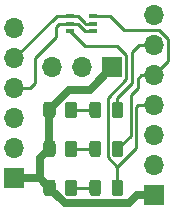
<source format=gtl>
G04 #@! TF.GenerationSoftware,KiCad,Pcbnew,(5.1.9)-1*
G04 #@! TF.CreationDate,2021-07-08T10:46:36+02:00*
G04 #@! TF.ProjectId,ttl_to_usb_adapter,74746c5f-746f-45f7-9573-625f61646170,v0.0*
G04 #@! TF.SameCoordinates,Original*
G04 #@! TF.FileFunction,Copper,L1,Top*
G04 #@! TF.FilePolarity,Positive*
%FSLAX46Y46*%
G04 Gerber Fmt 4.6, Leading zero omitted, Abs format (unit mm)*
G04 Created by KiCad (PCBNEW (5.1.9)-1) date 2021-07-08 10:46:36*
%MOMM*%
%LPD*%
G01*
G04 APERTURE LIST*
G04 #@! TA.AperFunction,ComponentPad*
%ADD10O,1.700000X1.700000*%
G04 #@! TD*
G04 #@! TA.AperFunction,ComponentPad*
%ADD11R,1.700000X1.700000*%
G04 #@! TD*
G04 #@! TA.AperFunction,SMDPad,CuDef*
%ADD12R,0.650000X0.400000*%
G04 #@! TD*
G04 #@! TA.AperFunction,Conductor*
%ADD13C,0.650000*%
G04 #@! TD*
G04 #@! TA.AperFunction,Conductor*
%ADD14C,0.250000*%
G04 #@! TD*
G04 APERTURE END LIST*
D10*
X168200000Y-87960000D03*
X168200000Y-90500000D03*
X168200000Y-93040000D03*
X168200000Y-95580000D03*
X168200000Y-98120000D03*
X168200000Y-100660000D03*
D11*
X168200000Y-103200000D03*
G04 #@! TA.AperFunction,SMDPad,CuDef*
G36*
G01*
X158875000Y-103050001D02*
X158875000Y-102149999D01*
G75*
G02*
X159124999Y-101900000I249999J0D01*
G01*
X159650001Y-101900000D01*
G75*
G02*
X159900000Y-102149999I0J-249999D01*
G01*
X159900000Y-103050001D01*
G75*
G02*
X159650001Y-103300000I-249999J0D01*
G01*
X159124999Y-103300000D01*
G75*
G02*
X158875000Y-103050001I0J249999D01*
G01*
G37*
G04 #@! TD.AperFunction*
G04 #@! TA.AperFunction,SMDPad,CuDef*
G36*
G01*
X160700000Y-103050001D02*
X160700000Y-102149999D01*
G75*
G02*
X160949999Y-101900000I249999J0D01*
G01*
X161475001Y-101900000D01*
G75*
G02*
X161725000Y-102149999I0J-249999D01*
G01*
X161725000Y-103050001D01*
G75*
G02*
X161475001Y-103300000I-249999J0D01*
G01*
X160949999Y-103300000D01*
G75*
G02*
X160700000Y-103050001I0J249999D01*
G01*
G37*
G04 #@! TD.AperFunction*
G04 #@! TA.AperFunction,SMDPad,CuDef*
G36*
G01*
X158875000Y-99750001D02*
X158875000Y-98849999D01*
G75*
G02*
X159124999Y-98600000I249999J0D01*
G01*
X159650001Y-98600000D01*
G75*
G02*
X159900000Y-98849999I0J-249999D01*
G01*
X159900000Y-99750001D01*
G75*
G02*
X159650001Y-100000000I-249999J0D01*
G01*
X159124999Y-100000000D01*
G75*
G02*
X158875000Y-99750001I0J249999D01*
G01*
G37*
G04 #@! TD.AperFunction*
G04 #@! TA.AperFunction,SMDPad,CuDef*
G36*
G01*
X160700000Y-99750001D02*
X160700000Y-98849999D01*
G75*
G02*
X160949999Y-98600000I249999J0D01*
G01*
X161475001Y-98600000D01*
G75*
G02*
X161725000Y-98849999I0J-249999D01*
G01*
X161725000Y-99750001D01*
G75*
G02*
X161475001Y-100000000I-249999J0D01*
G01*
X160949999Y-100000000D01*
G75*
G02*
X160700000Y-99750001I0J249999D01*
G01*
G37*
G04 #@! TD.AperFunction*
G04 #@! TA.AperFunction,SMDPad,CuDef*
G36*
G01*
X158875000Y-96450001D02*
X158875000Y-95549999D01*
G75*
G02*
X159124999Y-95300000I249999J0D01*
G01*
X159650001Y-95300000D01*
G75*
G02*
X159900000Y-95549999I0J-249999D01*
G01*
X159900000Y-96450001D01*
G75*
G02*
X159650001Y-96700000I-249999J0D01*
G01*
X159124999Y-96700000D01*
G75*
G02*
X158875000Y-96450001I0J249999D01*
G01*
G37*
G04 #@! TD.AperFunction*
G04 #@! TA.AperFunction,SMDPad,CuDef*
G36*
G01*
X160700000Y-96450001D02*
X160700000Y-95549999D01*
G75*
G02*
X160949999Y-95300000I249999J0D01*
G01*
X161475001Y-95300000D01*
G75*
G02*
X161725000Y-95549999I0J-249999D01*
G01*
X161725000Y-96450001D01*
G75*
G02*
X161475001Y-96700000I-249999J0D01*
G01*
X160949999Y-96700000D01*
G75*
G02*
X160700000Y-96450001I0J249999D01*
G01*
G37*
G04 #@! TD.AperFunction*
X164700000Y-92400000D03*
D10*
X162160000Y-92400000D03*
X159620000Y-92400000D03*
G04 #@! TA.AperFunction,SMDPad,CuDef*
G36*
G01*
X162775000Y-103056250D02*
X162775000Y-102143750D01*
G75*
G02*
X163018750Y-101900000I243750J0D01*
G01*
X163506250Y-101900000D01*
G75*
G02*
X163750000Y-102143750I0J-243750D01*
G01*
X163750000Y-103056250D01*
G75*
G02*
X163506250Y-103300000I-243750J0D01*
G01*
X163018750Y-103300000D01*
G75*
G02*
X162775000Y-103056250I0J243750D01*
G01*
G37*
G04 #@! TD.AperFunction*
G04 #@! TA.AperFunction,SMDPad,CuDef*
G36*
G01*
X164650000Y-103056250D02*
X164650000Y-102143750D01*
G75*
G02*
X164893750Y-101900000I243750J0D01*
G01*
X165381250Y-101900000D01*
G75*
G02*
X165625000Y-102143750I0J-243750D01*
G01*
X165625000Y-103056250D01*
G75*
G02*
X165381250Y-103300000I-243750J0D01*
G01*
X164893750Y-103300000D01*
G75*
G02*
X164650000Y-103056250I0J243750D01*
G01*
G37*
G04 #@! TD.AperFunction*
G04 #@! TA.AperFunction,SMDPad,CuDef*
G36*
G01*
X162775000Y-99756250D02*
X162775000Y-98843750D01*
G75*
G02*
X163018750Y-98600000I243750J0D01*
G01*
X163506250Y-98600000D01*
G75*
G02*
X163750000Y-98843750I0J-243750D01*
G01*
X163750000Y-99756250D01*
G75*
G02*
X163506250Y-100000000I-243750J0D01*
G01*
X163018750Y-100000000D01*
G75*
G02*
X162775000Y-99756250I0J243750D01*
G01*
G37*
G04 #@! TD.AperFunction*
G04 #@! TA.AperFunction,SMDPad,CuDef*
G36*
G01*
X164650000Y-99756250D02*
X164650000Y-98843750D01*
G75*
G02*
X164893750Y-98600000I243750J0D01*
G01*
X165381250Y-98600000D01*
G75*
G02*
X165625000Y-98843750I0J-243750D01*
G01*
X165625000Y-99756250D01*
G75*
G02*
X165381250Y-100000000I-243750J0D01*
G01*
X164893750Y-100000000D01*
G75*
G02*
X164650000Y-99756250I0J243750D01*
G01*
G37*
G04 #@! TD.AperFunction*
G04 #@! TA.AperFunction,SMDPad,CuDef*
G36*
G01*
X162775000Y-96456250D02*
X162775000Y-95543750D01*
G75*
G02*
X163018750Y-95300000I243750J0D01*
G01*
X163506250Y-95300000D01*
G75*
G02*
X163750000Y-95543750I0J-243750D01*
G01*
X163750000Y-96456250D01*
G75*
G02*
X163506250Y-96700000I-243750J0D01*
G01*
X163018750Y-96700000D01*
G75*
G02*
X162775000Y-96456250I0J243750D01*
G01*
G37*
G04 #@! TD.AperFunction*
G04 #@! TA.AperFunction,SMDPad,CuDef*
G36*
G01*
X164650000Y-96456250D02*
X164650000Y-95543750D01*
G75*
G02*
X164893750Y-95300000I243750J0D01*
G01*
X165381250Y-95300000D01*
G75*
G02*
X165625000Y-95543750I0J-243750D01*
G01*
X165625000Y-96456250D01*
G75*
G02*
X165381250Y-96700000I-243750J0D01*
G01*
X164893750Y-96700000D01*
G75*
G02*
X164650000Y-96456250I0J243750D01*
G01*
G37*
G04 #@! TD.AperFunction*
X156400000Y-89100000D03*
X156400000Y-91640000D03*
X156400000Y-94180000D03*
X156400000Y-96720000D03*
X156400000Y-99260000D03*
D11*
X156400000Y-101800000D03*
D12*
X161150000Y-88050000D03*
X161150000Y-89350000D03*
X163050000Y-88700000D03*
X161150000Y-88700000D03*
X163050000Y-89350000D03*
X163050000Y-88050000D03*
D13*
X168200000Y-103200000D02*
X166824700Y-103200000D01*
X159387500Y-102600000D02*
X160672200Y-103884700D01*
X160672200Y-103884700D02*
X166140000Y-103884700D01*
X166140000Y-103884700D02*
X166824700Y-103200000D01*
X158587500Y-101800000D02*
X159387500Y-102600000D01*
X159387500Y-99300000D02*
X158587500Y-100100000D01*
X158587500Y-100100000D02*
X158587500Y-101800000D01*
X159387500Y-96000000D02*
X159387500Y-99300000D01*
X156400000Y-101800000D02*
X158587500Y-101800000D01*
X164700000Y-92400000D02*
X162795200Y-94304800D01*
X162795200Y-94304800D02*
X161082700Y-94304800D01*
X161082700Y-94304800D02*
X159387500Y-96000000D01*
D14*
X165137500Y-96000000D02*
X165137500Y-94962500D01*
X165137500Y-94962500D02*
X166400000Y-93700000D01*
X166400000Y-93700000D02*
X166400000Y-91100000D01*
X167000000Y-90500000D02*
X168200000Y-90500000D01*
X166400000Y-91100000D02*
X167000000Y-90500000D01*
X163262500Y-96000000D02*
X161212500Y-96000000D01*
X163050000Y-88050000D02*
X164555400Y-88050000D01*
X164555400Y-88050000D02*
X165735400Y-89230000D01*
X165735400Y-89230000D02*
X168657300Y-89230000D01*
X168657300Y-89230000D02*
X169389500Y-89962200D01*
X169389500Y-89962200D02*
X169389500Y-91850500D01*
X169389500Y-91850500D02*
X168200000Y-93040000D01*
X168200000Y-93040000D02*
X167160000Y-93040000D01*
X166850010Y-93349990D02*
X166850010Y-94149990D01*
X167160000Y-93040000D02*
X166850010Y-93349990D01*
X166850010Y-94149990D02*
X166268750Y-94731250D01*
X166268750Y-94731250D02*
X166268750Y-98168750D01*
X166268750Y-98168750D02*
X165137500Y-99300000D01*
X163262500Y-99300000D02*
X161212500Y-99300000D01*
X165137500Y-102600000D02*
X165137500Y-100821300D01*
X165137500Y-100821300D02*
X165131200Y-100815000D01*
X161150000Y-89350000D02*
X162384300Y-90584300D01*
X162384300Y-90584300D02*
X165097600Y-90584300D01*
X165097600Y-90584300D02*
X165875400Y-91362100D01*
X165875400Y-91362100D02*
X165875400Y-93409500D01*
X165875400Y-93409500D02*
X164321700Y-94963200D01*
X164321700Y-94963200D02*
X164321700Y-100005500D01*
X164321700Y-100005500D02*
X165131200Y-100815000D01*
X168200000Y-95580000D02*
X168200000Y-96200000D01*
X168200000Y-95580000D02*
X166920000Y-95580000D01*
X166920000Y-95580000D02*
X166718760Y-95781240D01*
X166718760Y-99227440D02*
X166623100Y-99323100D01*
X166718760Y-95781240D02*
X166718760Y-99227440D01*
X165131200Y-100815000D02*
X166623100Y-99323100D01*
X163262500Y-102600000D02*
X161212500Y-102600000D01*
X156400000Y-91640000D02*
X159990000Y-88050000D01*
X159990000Y-88050000D02*
X161150000Y-88050000D01*
X163050000Y-88700000D02*
X162399700Y-88700000D01*
X161150000Y-88050000D02*
X161823100Y-88050000D01*
X161823100Y-88050000D02*
X162399700Y-88626600D01*
X162399700Y-88626600D02*
X162399700Y-88700000D01*
X161475200Y-88700000D02*
X161150000Y-88700000D01*
X161475200Y-88700000D02*
X161800300Y-88700000D01*
X163050000Y-89350000D02*
X162399700Y-89350000D01*
X162399700Y-89350000D02*
X161800300Y-88750600D01*
X161800300Y-88750600D02*
X161800300Y-88700000D01*
X156400000Y-94180000D02*
X157720000Y-94180000D01*
X158186050Y-93713950D02*
X158186050Y-91586050D01*
X157720000Y-94180000D02*
X158186050Y-93713950D01*
X161150000Y-88700000D02*
X160200000Y-88700000D01*
X159936050Y-88963950D02*
X159936050Y-89836050D01*
X160200000Y-88700000D02*
X159936050Y-88963950D01*
X159936050Y-89836050D02*
X158186050Y-91586050D01*
M02*

</source>
